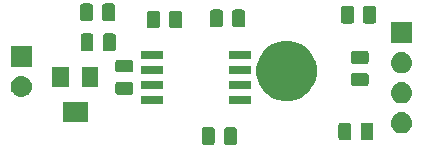
<source format=gbr>
G04 #@! TF.GenerationSoftware,KiCad,Pcbnew,(5.1.4)-1*
G04 #@! TF.CreationDate,2020-06-01T20:19:03-04:00*
G04 #@! TF.ProjectId,UniversalLM393,556e6976-6572-4736-916c-4c4d3339332e,rev?*
G04 #@! TF.SameCoordinates,Original*
G04 #@! TF.FileFunction,Soldermask,Top*
G04 #@! TF.FilePolarity,Negative*
%FSLAX46Y46*%
G04 Gerber Fmt 4.6, Leading zero omitted, Abs format (unit mm)*
G04 Created by KiCad (PCBNEW (5.1.4)-1) date 2020-06-01 20:19:03*
%MOMM*%
%LPD*%
G04 APERTURE LIST*
%ADD10C,0.100000*%
G04 APERTURE END LIST*
D10*
G36*
X148885768Y-102301365D02*
G01*
X148924438Y-102313096D01*
X148960077Y-102332146D01*
X148991317Y-102357783D01*
X149016954Y-102389023D01*
X149036004Y-102424662D01*
X149047735Y-102463332D01*
X149052300Y-102509688D01*
X149052300Y-103585912D01*
X149047735Y-103632268D01*
X149036004Y-103670938D01*
X149016954Y-103706577D01*
X148991317Y-103737817D01*
X148960077Y-103763454D01*
X148924438Y-103782504D01*
X148885768Y-103794235D01*
X148839412Y-103798800D01*
X148188188Y-103798800D01*
X148141832Y-103794235D01*
X148103162Y-103782504D01*
X148067523Y-103763454D01*
X148036283Y-103737817D01*
X148010646Y-103706577D01*
X147991596Y-103670938D01*
X147979865Y-103632268D01*
X147975300Y-103585912D01*
X147975300Y-102509688D01*
X147979865Y-102463332D01*
X147991596Y-102424662D01*
X148010646Y-102389023D01*
X148036283Y-102357783D01*
X148067523Y-102332146D01*
X148103162Y-102313096D01*
X148141832Y-102301365D01*
X148188188Y-102296800D01*
X148839412Y-102296800D01*
X148885768Y-102301365D01*
X148885768Y-102301365D01*
G37*
G36*
X147010768Y-102301365D02*
G01*
X147049438Y-102313096D01*
X147085077Y-102332146D01*
X147116317Y-102357783D01*
X147141954Y-102389023D01*
X147161004Y-102424662D01*
X147172735Y-102463332D01*
X147177300Y-102509688D01*
X147177300Y-103585912D01*
X147172735Y-103632268D01*
X147161004Y-103670938D01*
X147141954Y-103706577D01*
X147116317Y-103737817D01*
X147085077Y-103763454D01*
X147049438Y-103782504D01*
X147010768Y-103794235D01*
X146964412Y-103798800D01*
X146313188Y-103798800D01*
X146266832Y-103794235D01*
X146228162Y-103782504D01*
X146192523Y-103763454D01*
X146161283Y-103737817D01*
X146135646Y-103706577D01*
X146116596Y-103670938D01*
X146104865Y-103632268D01*
X146100300Y-103585912D01*
X146100300Y-102509688D01*
X146104865Y-102463332D01*
X146116596Y-102424662D01*
X146135646Y-102389023D01*
X146161283Y-102357783D01*
X146192523Y-102332146D01*
X146228162Y-102313096D01*
X146266832Y-102301365D01*
X146313188Y-102296800D01*
X146964412Y-102296800D01*
X147010768Y-102301365D01*
X147010768Y-102301365D01*
G37*
G36*
X160442768Y-101920365D02*
G01*
X160481438Y-101932096D01*
X160517077Y-101951146D01*
X160548317Y-101976783D01*
X160573954Y-102008023D01*
X160593004Y-102043662D01*
X160604735Y-102082332D01*
X160609300Y-102128688D01*
X160609300Y-103204912D01*
X160604735Y-103251268D01*
X160593004Y-103289938D01*
X160573954Y-103325577D01*
X160548317Y-103356817D01*
X160517077Y-103382454D01*
X160481438Y-103401504D01*
X160442768Y-103413235D01*
X160396412Y-103417800D01*
X159745188Y-103417800D01*
X159698832Y-103413235D01*
X159660162Y-103401504D01*
X159624523Y-103382454D01*
X159593283Y-103356817D01*
X159567646Y-103325577D01*
X159548596Y-103289938D01*
X159536865Y-103251268D01*
X159532300Y-103204912D01*
X159532300Y-102128688D01*
X159536865Y-102082332D01*
X159548596Y-102043662D01*
X159567646Y-102008023D01*
X159593283Y-101976783D01*
X159624523Y-101951146D01*
X159660162Y-101932096D01*
X159698832Y-101920365D01*
X159745188Y-101915800D01*
X160396412Y-101915800D01*
X160442768Y-101920365D01*
X160442768Y-101920365D01*
G37*
G36*
X158567768Y-101920365D02*
G01*
X158606438Y-101932096D01*
X158642077Y-101951146D01*
X158673317Y-101976783D01*
X158698954Y-102008023D01*
X158718004Y-102043662D01*
X158729735Y-102082332D01*
X158734300Y-102128688D01*
X158734300Y-103204912D01*
X158729735Y-103251268D01*
X158718004Y-103289938D01*
X158698954Y-103325577D01*
X158673317Y-103356817D01*
X158642077Y-103382454D01*
X158606438Y-103401504D01*
X158567768Y-103413235D01*
X158521412Y-103417800D01*
X157870188Y-103417800D01*
X157823832Y-103413235D01*
X157785162Y-103401504D01*
X157749523Y-103382454D01*
X157718283Y-103356817D01*
X157692646Y-103325577D01*
X157673596Y-103289938D01*
X157661865Y-103251268D01*
X157657300Y-103204912D01*
X157657300Y-102128688D01*
X157661865Y-102082332D01*
X157673596Y-102043662D01*
X157692646Y-102008023D01*
X157718283Y-101976783D01*
X157749523Y-101951146D01*
X157785162Y-101932096D01*
X157823832Y-101920365D01*
X157870188Y-101915800D01*
X158521412Y-101915800D01*
X158567768Y-101920365D01*
X158567768Y-101920365D01*
G37*
G36*
X163102243Y-101035719D02*
G01*
X163168427Y-101042237D01*
X163338266Y-101093757D01*
X163494791Y-101177422D01*
X163530529Y-101206752D01*
X163631986Y-101290014D01*
X163715248Y-101391471D01*
X163744578Y-101427209D01*
X163828243Y-101583734D01*
X163879763Y-101753573D01*
X163897159Y-101930200D01*
X163879763Y-102106827D01*
X163856034Y-102185050D01*
X163828242Y-102276668D01*
X163808771Y-102313096D01*
X163744578Y-102433191D01*
X163720104Y-102463012D01*
X163631986Y-102570386D01*
X163530529Y-102653648D01*
X163494791Y-102682978D01*
X163338266Y-102766643D01*
X163168427Y-102818163D01*
X163102243Y-102824681D01*
X163036060Y-102831200D01*
X162947540Y-102831200D01*
X162881358Y-102824682D01*
X162815173Y-102818163D01*
X162645334Y-102766643D01*
X162488809Y-102682978D01*
X162453071Y-102653648D01*
X162351614Y-102570386D01*
X162263496Y-102463012D01*
X162239022Y-102433191D01*
X162174829Y-102313096D01*
X162155358Y-102276668D01*
X162127566Y-102185050D01*
X162103837Y-102106827D01*
X162086441Y-101930200D01*
X162103837Y-101753573D01*
X162155357Y-101583734D01*
X162239022Y-101427209D01*
X162268352Y-101391471D01*
X162351614Y-101290014D01*
X162453071Y-101206752D01*
X162488809Y-101177422D01*
X162645334Y-101093757D01*
X162815173Y-101042237D01*
X162881357Y-101035719D01*
X162947540Y-101029200D01*
X163036060Y-101029200D01*
X163102243Y-101035719D01*
X163102243Y-101035719D01*
G37*
G36*
X136433000Y-101843600D02*
G01*
X134331000Y-101843600D01*
X134331000Y-100141600D01*
X136433000Y-100141600D01*
X136433000Y-101843600D01*
X136433000Y-101843600D01*
G37*
G36*
X150218800Y-100300400D02*
G01*
X148366800Y-100300400D01*
X148366800Y-99648400D01*
X150218800Y-99648400D01*
X150218800Y-100300400D01*
X150218800Y-100300400D01*
G37*
G36*
X142818800Y-100300400D02*
G01*
X140966800Y-100300400D01*
X140966800Y-99648400D01*
X142818800Y-99648400D01*
X142818800Y-100300400D01*
X142818800Y-100300400D01*
G37*
G36*
X163102243Y-98495719D02*
G01*
X163168427Y-98502237D01*
X163338266Y-98553757D01*
X163494791Y-98637422D01*
X163507919Y-98648196D01*
X163631986Y-98750014D01*
X163715248Y-98851471D01*
X163744578Y-98887209D01*
X163828243Y-99043734D01*
X163879763Y-99213573D01*
X163897159Y-99390200D01*
X163879763Y-99566827D01*
X163828243Y-99736666D01*
X163744578Y-99893191D01*
X163715248Y-99928929D01*
X163631986Y-100030386D01*
X163530529Y-100113648D01*
X163494791Y-100142978D01*
X163338266Y-100226643D01*
X163168427Y-100278163D01*
X163102243Y-100284681D01*
X163036060Y-100291200D01*
X162947540Y-100291200D01*
X162881357Y-100284681D01*
X162815173Y-100278163D01*
X162645334Y-100226643D01*
X162488809Y-100142978D01*
X162453071Y-100113648D01*
X162351614Y-100030386D01*
X162268352Y-99928929D01*
X162239022Y-99893191D01*
X162155357Y-99736666D01*
X162103837Y-99566827D01*
X162086441Y-99390200D01*
X162103837Y-99213573D01*
X162155357Y-99043734D01*
X162239022Y-98887209D01*
X162268352Y-98851471D01*
X162351614Y-98750014D01*
X162475681Y-98648196D01*
X162488809Y-98637422D01*
X162645334Y-98553757D01*
X162815173Y-98502237D01*
X162881358Y-98495718D01*
X162947540Y-98489200D01*
X163036060Y-98489200D01*
X163102243Y-98495719D01*
X163102243Y-98495719D01*
G37*
G36*
X154007698Y-95083033D02*
G01*
X154471950Y-95275332D01*
X154471952Y-95275333D01*
X154889768Y-95554509D01*
X155245091Y-95909832D01*
X155380175Y-96112000D01*
X155524268Y-96327650D01*
X155716567Y-96791902D01*
X155814600Y-97284747D01*
X155814600Y-97787253D01*
X155716567Y-98280098D01*
X155566419Y-98642588D01*
X155524267Y-98744352D01*
X155245091Y-99162168D01*
X154889768Y-99517491D01*
X154471952Y-99796667D01*
X154471951Y-99796668D01*
X154471950Y-99796668D01*
X154007698Y-99988967D01*
X153514853Y-100087000D01*
X153012347Y-100087000D01*
X152519502Y-99988967D01*
X152055250Y-99796668D01*
X152055249Y-99796668D01*
X152055248Y-99796667D01*
X151637432Y-99517491D01*
X151282109Y-99162168D01*
X151002933Y-98744352D01*
X150960781Y-98642588D01*
X150810633Y-98280098D01*
X150712600Y-97787253D01*
X150712600Y-97284747D01*
X150810633Y-96791902D01*
X151002932Y-96327650D01*
X151147025Y-96112000D01*
X151282109Y-95909832D01*
X151637432Y-95554509D01*
X152055248Y-95275333D01*
X152055250Y-95275332D01*
X152519502Y-95083033D01*
X153012347Y-94985000D01*
X153514853Y-94985000D01*
X154007698Y-95083033D01*
X154007698Y-95083033D01*
G37*
G36*
X130920443Y-97962319D02*
G01*
X130986627Y-97968837D01*
X131156466Y-98020357D01*
X131312991Y-98104022D01*
X131348729Y-98133352D01*
X131450186Y-98216614D01*
X131533448Y-98318071D01*
X131562778Y-98353809D01*
X131646443Y-98510334D01*
X131697963Y-98680173D01*
X131715359Y-98856800D01*
X131697963Y-99033427D01*
X131646443Y-99203266D01*
X131562778Y-99359791D01*
X131557206Y-99366580D01*
X131450186Y-99496986D01*
X131365083Y-99566827D01*
X131312991Y-99609578D01*
X131156466Y-99693243D01*
X130986627Y-99744763D01*
X130920442Y-99751282D01*
X130854260Y-99757800D01*
X130765740Y-99757800D01*
X130699558Y-99751282D01*
X130633373Y-99744763D01*
X130463534Y-99693243D01*
X130307009Y-99609578D01*
X130254917Y-99566827D01*
X130169814Y-99496986D01*
X130062794Y-99366580D01*
X130057222Y-99359791D01*
X129973557Y-99203266D01*
X129922037Y-99033427D01*
X129904641Y-98856800D01*
X129922037Y-98680173D01*
X129973557Y-98510334D01*
X130057222Y-98353809D01*
X130086552Y-98318071D01*
X130169814Y-98216614D01*
X130271271Y-98133352D01*
X130307009Y-98104022D01*
X130463534Y-98020357D01*
X130633373Y-97968837D01*
X130699557Y-97962319D01*
X130765740Y-97955800D01*
X130854260Y-97955800D01*
X130920443Y-97962319D01*
X130920443Y-97962319D01*
G37*
G36*
X140106668Y-98472965D02*
G01*
X140145338Y-98484696D01*
X140180977Y-98503746D01*
X140212217Y-98529383D01*
X140237854Y-98560623D01*
X140256904Y-98596262D01*
X140268635Y-98634932D01*
X140273200Y-98681288D01*
X140273200Y-99332512D01*
X140268635Y-99378868D01*
X140256904Y-99417538D01*
X140237854Y-99453177D01*
X140212217Y-99484417D01*
X140180977Y-99510054D01*
X140145338Y-99529104D01*
X140106668Y-99540835D01*
X140060312Y-99545400D01*
X138984088Y-99545400D01*
X138937732Y-99540835D01*
X138899062Y-99529104D01*
X138863423Y-99510054D01*
X138832183Y-99484417D01*
X138806546Y-99453177D01*
X138787496Y-99417538D01*
X138775765Y-99378868D01*
X138771200Y-99332512D01*
X138771200Y-98681288D01*
X138775765Y-98634932D01*
X138787496Y-98596262D01*
X138806546Y-98560623D01*
X138832183Y-98529383D01*
X138863423Y-98503746D01*
X138899062Y-98484696D01*
X138937732Y-98472965D01*
X138984088Y-98468400D01*
X140060312Y-98468400D01*
X140106668Y-98472965D01*
X140106668Y-98472965D01*
G37*
G36*
X150218800Y-99030400D02*
G01*
X148366800Y-99030400D01*
X148366800Y-98378400D01*
X150218800Y-98378400D01*
X150218800Y-99030400D01*
X150218800Y-99030400D01*
G37*
G36*
X142818800Y-99030400D02*
G01*
X140966800Y-99030400D01*
X140966800Y-98378400D01*
X142818800Y-98378400D01*
X142818800Y-99030400D01*
X142818800Y-99030400D01*
G37*
G36*
X137333000Y-98943600D02*
G01*
X135931000Y-98943600D01*
X135931000Y-97241600D01*
X137333000Y-97241600D01*
X137333000Y-98943600D01*
X137333000Y-98943600D01*
G37*
G36*
X134833000Y-98943600D02*
G01*
X133431000Y-98943600D01*
X133431000Y-97241600D01*
X134833000Y-97241600D01*
X134833000Y-98943600D01*
X134833000Y-98943600D01*
G37*
G36*
X160045668Y-97736365D02*
G01*
X160084338Y-97748096D01*
X160119977Y-97767146D01*
X160151217Y-97792783D01*
X160176854Y-97824023D01*
X160195904Y-97859662D01*
X160207635Y-97898332D01*
X160212200Y-97944688D01*
X160212200Y-98595912D01*
X160207635Y-98642268D01*
X160195904Y-98680938D01*
X160176854Y-98716577D01*
X160151217Y-98747817D01*
X160119977Y-98773454D01*
X160084338Y-98792504D01*
X160045668Y-98804235D01*
X159999312Y-98808800D01*
X158923088Y-98808800D01*
X158876732Y-98804235D01*
X158838062Y-98792504D01*
X158802423Y-98773454D01*
X158771183Y-98747817D01*
X158745546Y-98716577D01*
X158726496Y-98680938D01*
X158714765Y-98642268D01*
X158710200Y-98595912D01*
X158710200Y-97944688D01*
X158714765Y-97898332D01*
X158726496Y-97859662D01*
X158745546Y-97824023D01*
X158771183Y-97792783D01*
X158802423Y-97767146D01*
X158838062Y-97748096D01*
X158876732Y-97736365D01*
X158923088Y-97731800D01*
X159999312Y-97731800D01*
X160045668Y-97736365D01*
X160045668Y-97736365D01*
G37*
G36*
X150218800Y-97760400D02*
G01*
X148366800Y-97760400D01*
X148366800Y-97108400D01*
X150218800Y-97108400D01*
X150218800Y-97760400D01*
X150218800Y-97760400D01*
G37*
G36*
X142818800Y-97760400D02*
G01*
X140966800Y-97760400D01*
X140966800Y-97108400D01*
X142818800Y-97108400D01*
X142818800Y-97760400D01*
X142818800Y-97760400D01*
G37*
G36*
X163102242Y-95955718D02*
G01*
X163168427Y-95962237D01*
X163338266Y-96013757D01*
X163338268Y-96013758D01*
X163416529Y-96055590D01*
X163494791Y-96097422D01*
X163512554Y-96112000D01*
X163631986Y-96210014D01*
X163715248Y-96311471D01*
X163744578Y-96347209D01*
X163828243Y-96503734D01*
X163879763Y-96673573D01*
X163897159Y-96850200D01*
X163879763Y-97026827D01*
X163828243Y-97196666D01*
X163744578Y-97353191D01*
X163715248Y-97388929D01*
X163631986Y-97490386D01*
X163530529Y-97573648D01*
X163494791Y-97602978D01*
X163453548Y-97625023D01*
X163373983Y-97667552D01*
X163338266Y-97686643D01*
X163168427Y-97738163D01*
X163102242Y-97744682D01*
X163036060Y-97751200D01*
X162947540Y-97751200D01*
X162881358Y-97744682D01*
X162815173Y-97738163D01*
X162645334Y-97686643D01*
X162609618Y-97667552D01*
X162530052Y-97625023D01*
X162488809Y-97602978D01*
X162453071Y-97573648D01*
X162351614Y-97490386D01*
X162268352Y-97388929D01*
X162239022Y-97353191D01*
X162155357Y-97196666D01*
X162103837Y-97026827D01*
X162086441Y-96850200D01*
X162103837Y-96673573D01*
X162155357Y-96503734D01*
X162239022Y-96347209D01*
X162268352Y-96311471D01*
X162351614Y-96210014D01*
X162471046Y-96112000D01*
X162488809Y-96097422D01*
X162567071Y-96055590D01*
X162645332Y-96013758D01*
X162645334Y-96013757D01*
X162815173Y-95962237D01*
X162881358Y-95955718D01*
X162947540Y-95949200D01*
X163036060Y-95949200D01*
X163102242Y-95955718D01*
X163102242Y-95955718D01*
G37*
G36*
X140106668Y-96597965D02*
G01*
X140145338Y-96609696D01*
X140180977Y-96628746D01*
X140212217Y-96654383D01*
X140237854Y-96685623D01*
X140256904Y-96721262D01*
X140268635Y-96759932D01*
X140273200Y-96806288D01*
X140273200Y-97457512D01*
X140268635Y-97503868D01*
X140256904Y-97542538D01*
X140237854Y-97578177D01*
X140212217Y-97609417D01*
X140180977Y-97635054D01*
X140145338Y-97654104D01*
X140106668Y-97665835D01*
X140060312Y-97670400D01*
X138984088Y-97670400D01*
X138937732Y-97665835D01*
X138899062Y-97654104D01*
X138863423Y-97635054D01*
X138832183Y-97609417D01*
X138806546Y-97578177D01*
X138787496Y-97542538D01*
X138775765Y-97503868D01*
X138771200Y-97457512D01*
X138771200Y-96806288D01*
X138775765Y-96759932D01*
X138787496Y-96721262D01*
X138806546Y-96685623D01*
X138832183Y-96654383D01*
X138863423Y-96628746D01*
X138899062Y-96609696D01*
X138937732Y-96597965D01*
X138984088Y-96593400D01*
X140060312Y-96593400D01*
X140106668Y-96597965D01*
X140106668Y-96597965D01*
G37*
G36*
X131711000Y-97217800D02*
G01*
X129909000Y-97217800D01*
X129909000Y-95415800D01*
X131711000Y-95415800D01*
X131711000Y-97217800D01*
X131711000Y-97217800D01*
G37*
G36*
X160045668Y-95861365D02*
G01*
X160084338Y-95873096D01*
X160119977Y-95892146D01*
X160151217Y-95917783D01*
X160176854Y-95949023D01*
X160195904Y-95984662D01*
X160207635Y-96023332D01*
X160212200Y-96069688D01*
X160212200Y-96720912D01*
X160207635Y-96767268D01*
X160195904Y-96805938D01*
X160176854Y-96841577D01*
X160151217Y-96872817D01*
X160119977Y-96898454D01*
X160084338Y-96917504D01*
X160045668Y-96929235D01*
X159999312Y-96933800D01*
X158923088Y-96933800D01*
X158876732Y-96929235D01*
X158838062Y-96917504D01*
X158802423Y-96898454D01*
X158771183Y-96872817D01*
X158745546Y-96841577D01*
X158726496Y-96805938D01*
X158714765Y-96767268D01*
X158710200Y-96720912D01*
X158710200Y-96069688D01*
X158714765Y-96023332D01*
X158726496Y-95984662D01*
X158745546Y-95949023D01*
X158771183Y-95917783D01*
X158802423Y-95892146D01*
X158838062Y-95873096D01*
X158876732Y-95861365D01*
X158923088Y-95856800D01*
X159999312Y-95856800D01*
X160045668Y-95861365D01*
X160045668Y-95861365D01*
G37*
G36*
X150218800Y-96490400D02*
G01*
X148366800Y-96490400D01*
X148366800Y-95838400D01*
X150218800Y-95838400D01*
X150218800Y-96490400D01*
X150218800Y-96490400D01*
G37*
G36*
X142818800Y-96490400D02*
G01*
X140966800Y-96490400D01*
X140966800Y-95838400D01*
X142818800Y-95838400D01*
X142818800Y-96490400D01*
X142818800Y-96490400D01*
G37*
G36*
X136744568Y-94376565D02*
G01*
X136783238Y-94388296D01*
X136818877Y-94407346D01*
X136850117Y-94432983D01*
X136875754Y-94464223D01*
X136894804Y-94499862D01*
X136906535Y-94538532D01*
X136911100Y-94584888D01*
X136911100Y-95661112D01*
X136906535Y-95707468D01*
X136894804Y-95746138D01*
X136875754Y-95781777D01*
X136850117Y-95813017D01*
X136818877Y-95838654D01*
X136783238Y-95857704D01*
X136744568Y-95869435D01*
X136698212Y-95874000D01*
X136046988Y-95874000D01*
X136000632Y-95869435D01*
X135961962Y-95857704D01*
X135926323Y-95838654D01*
X135895083Y-95813017D01*
X135869446Y-95781777D01*
X135850396Y-95746138D01*
X135838665Y-95707468D01*
X135834100Y-95661112D01*
X135834100Y-94584888D01*
X135838665Y-94538532D01*
X135850396Y-94499862D01*
X135869446Y-94464223D01*
X135895083Y-94432983D01*
X135926323Y-94407346D01*
X135961962Y-94388296D01*
X136000632Y-94376565D01*
X136046988Y-94372000D01*
X136698212Y-94372000D01*
X136744568Y-94376565D01*
X136744568Y-94376565D01*
G37*
G36*
X138619568Y-94376565D02*
G01*
X138658238Y-94388296D01*
X138693877Y-94407346D01*
X138725117Y-94432983D01*
X138750754Y-94464223D01*
X138769804Y-94499862D01*
X138781535Y-94538532D01*
X138786100Y-94584888D01*
X138786100Y-95661112D01*
X138781535Y-95707468D01*
X138769804Y-95746138D01*
X138750754Y-95781777D01*
X138725117Y-95813017D01*
X138693877Y-95838654D01*
X138658238Y-95857704D01*
X138619568Y-95869435D01*
X138573212Y-95874000D01*
X137921988Y-95874000D01*
X137875632Y-95869435D01*
X137836962Y-95857704D01*
X137801323Y-95838654D01*
X137770083Y-95813017D01*
X137744446Y-95781777D01*
X137725396Y-95746138D01*
X137713665Y-95707468D01*
X137709100Y-95661112D01*
X137709100Y-94584888D01*
X137713665Y-94538532D01*
X137725396Y-94499862D01*
X137744446Y-94464223D01*
X137770083Y-94432983D01*
X137801323Y-94407346D01*
X137836962Y-94388296D01*
X137875632Y-94376565D01*
X137921988Y-94372000D01*
X138573212Y-94372000D01*
X138619568Y-94376565D01*
X138619568Y-94376565D01*
G37*
G36*
X163892800Y-95211200D02*
G01*
X162090800Y-95211200D01*
X162090800Y-93409200D01*
X163892800Y-93409200D01*
X163892800Y-95211200D01*
X163892800Y-95211200D01*
G37*
G36*
X144237568Y-92446165D02*
G01*
X144276238Y-92457896D01*
X144311877Y-92476946D01*
X144343117Y-92502583D01*
X144368754Y-92533823D01*
X144387804Y-92569462D01*
X144399535Y-92608132D01*
X144404100Y-92654488D01*
X144404100Y-93730712D01*
X144399535Y-93777068D01*
X144387804Y-93815738D01*
X144368754Y-93851377D01*
X144343117Y-93882617D01*
X144311877Y-93908254D01*
X144276238Y-93927304D01*
X144237568Y-93939035D01*
X144191212Y-93943600D01*
X143539988Y-93943600D01*
X143493632Y-93939035D01*
X143454962Y-93927304D01*
X143419323Y-93908254D01*
X143388083Y-93882617D01*
X143362446Y-93851377D01*
X143343396Y-93815738D01*
X143331665Y-93777068D01*
X143327100Y-93730712D01*
X143327100Y-92654488D01*
X143331665Y-92608132D01*
X143343396Y-92569462D01*
X143362446Y-92533823D01*
X143388083Y-92502583D01*
X143419323Y-92476946D01*
X143454962Y-92457896D01*
X143493632Y-92446165D01*
X143539988Y-92441600D01*
X144191212Y-92441600D01*
X144237568Y-92446165D01*
X144237568Y-92446165D01*
G37*
G36*
X142362568Y-92446165D02*
G01*
X142401238Y-92457896D01*
X142436877Y-92476946D01*
X142468117Y-92502583D01*
X142493754Y-92533823D01*
X142512804Y-92569462D01*
X142524535Y-92608132D01*
X142529100Y-92654488D01*
X142529100Y-93730712D01*
X142524535Y-93777068D01*
X142512804Y-93815738D01*
X142493754Y-93851377D01*
X142468117Y-93882617D01*
X142436877Y-93908254D01*
X142401238Y-93927304D01*
X142362568Y-93939035D01*
X142316212Y-93943600D01*
X141664988Y-93943600D01*
X141618632Y-93939035D01*
X141579962Y-93927304D01*
X141544323Y-93908254D01*
X141513083Y-93882617D01*
X141487446Y-93851377D01*
X141468396Y-93815738D01*
X141456665Y-93777068D01*
X141452100Y-93730712D01*
X141452100Y-92654488D01*
X141456665Y-92608132D01*
X141468396Y-92569462D01*
X141487446Y-92533823D01*
X141513083Y-92502583D01*
X141544323Y-92476946D01*
X141579962Y-92457896D01*
X141618632Y-92446165D01*
X141664988Y-92441600D01*
X142316212Y-92441600D01*
X142362568Y-92446165D01*
X142362568Y-92446165D01*
G37*
G36*
X149571568Y-92344565D02*
G01*
X149610238Y-92356296D01*
X149645877Y-92375346D01*
X149677117Y-92400983D01*
X149702754Y-92432223D01*
X149721804Y-92467862D01*
X149733535Y-92506532D01*
X149738100Y-92552888D01*
X149738100Y-93629112D01*
X149733535Y-93675468D01*
X149721804Y-93714138D01*
X149702754Y-93749777D01*
X149677117Y-93781017D01*
X149645877Y-93806654D01*
X149610238Y-93825704D01*
X149571568Y-93837435D01*
X149525212Y-93842000D01*
X148873988Y-93842000D01*
X148827632Y-93837435D01*
X148788962Y-93825704D01*
X148753323Y-93806654D01*
X148722083Y-93781017D01*
X148696446Y-93749777D01*
X148677396Y-93714138D01*
X148665665Y-93675468D01*
X148661100Y-93629112D01*
X148661100Y-92552888D01*
X148665665Y-92506532D01*
X148677396Y-92467862D01*
X148696446Y-92432223D01*
X148722083Y-92400983D01*
X148753323Y-92375346D01*
X148788962Y-92356296D01*
X148827632Y-92344565D01*
X148873988Y-92340000D01*
X149525212Y-92340000D01*
X149571568Y-92344565D01*
X149571568Y-92344565D01*
G37*
G36*
X147696568Y-92344565D02*
G01*
X147735238Y-92356296D01*
X147770877Y-92375346D01*
X147802117Y-92400983D01*
X147827754Y-92432223D01*
X147846804Y-92467862D01*
X147858535Y-92506532D01*
X147863100Y-92552888D01*
X147863100Y-93629112D01*
X147858535Y-93675468D01*
X147846804Y-93714138D01*
X147827754Y-93749777D01*
X147802117Y-93781017D01*
X147770877Y-93806654D01*
X147735238Y-93825704D01*
X147696568Y-93837435D01*
X147650212Y-93842000D01*
X146998988Y-93842000D01*
X146952632Y-93837435D01*
X146913962Y-93825704D01*
X146878323Y-93806654D01*
X146847083Y-93781017D01*
X146821446Y-93749777D01*
X146802396Y-93714138D01*
X146790665Y-93675468D01*
X146786100Y-93629112D01*
X146786100Y-92552888D01*
X146790665Y-92506532D01*
X146802396Y-92467862D01*
X146821446Y-92432223D01*
X146847083Y-92400983D01*
X146878323Y-92375346D01*
X146913962Y-92356296D01*
X146952632Y-92344565D01*
X146998988Y-92340000D01*
X147650212Y-92340000D01*
X147696568Y-92344565D01*
X147696568Y-92344565D01*
G37*
G36*
X160669068Y-92039765D02*
G01*
X160707738Y-92051496D01*
X160743377Y-92070546D01*
X160774617Y-92096183D01*
X160800254Y-92127423D01*
X160819304Y-92163062D01*
X160831035Y-92201732D01*
X160835600Y-92248088D01*
X160835600Y-93324312D01*
X160831035Y-93370668D01*
X160819304Y-93409338D01*
X160800254Y-93444977D01*
X160774617Y-93476217D01*
X160743377Y-93501854D01*
X160707738Y-93520904D01*
X160669068Y-93532635D01*
X160622712Y-93537200D01*
X159971488Y-93537200D01*
X159925132Y-93532635D01*
X159886462Y-93520904D01*
X159850823Y-93501854D01*
X159819583Y-93476217D01*
X159793946Y-93444977D01*
X159774896Y-93409338D01*
X159763165Y-93370668D01*
X159758600Y-93324312D01*
X159758600Y-92248088D01*
X159763165Y-92201732D01*
X159774896Y-92163062D01*
X159793946Y-92127423D01*
X159819583Y-92096183D01*
X159850823Y-92070546D01*
X159886462Y-92051496D01*
X159925132Y-92039765D01*
X159971488Y-92035200D01*
X160622712Y-92035200D01*
X160669068Y-92039765D01*
X160669068Y-92039765D01*
G37*
G36*
X158794068Y-92039765D02*
G01*
X158832738Y-92051496D01*
X158868377Y-92070546D01*
X158899617Y-92096183D01*
X158925254Y-92127423D01*
X158944304Y-92163062D01*
X158956035Y-92201732D01*
X158960600Y-92248088D01*
X158960600Y-93324312D01*
X158956035Y-93370668D01*
X158944304Y-93409338D01*
X158925254Y-93444977D01*
X158899617Y-93476217D01*
X158868377Y-93501854D01*
X158832738Y-93520904D01*
X158794068Y-93532635D01*
X158747712Y-93537200D01*
X158096488Y-93537200D01*
X158050132Y-93532635D01*
X158011462Y-93520904D01*
X157975823Y-93501854D01*
X157944583Y-93476217D01*
X157918946Y-93444977D01*
X157899896Y-93409338D01*
X157888165Y-93370668D01*
X157883600Y-93324312D01*
X157883600Y-92248088D01*
X157888165Y-92201732D01*
X157899896Y-92163062D01*
X157918946Y-92127423D01*
X157944583Y-92096183D01*
X157975823Y-92070546D01*
X158011462Y-92051496D01*
X158050132Y-92039765D01*
X158096488Y-92035200D01*
X158747712Y-92035200D01*
X158794068Y-92039765D01*
X158794068Y-92039765D01*
G37*
G36*
X138573368Y-91836565D02*
G01*
X138612038Y-91848296D01*
X138647677Y-91867346D01*
X138678917Y-91892983D01*
X138704554Y-91924223D01*
X138723604Y-91959862D01*
X138735335Y-91998532D01*
X138739900Y-92044888D01*
X138739900Y-93121112D01*
X138735335Y-93167468D01*
X138723604Y-93206138D01*
X138704554Y-93241777D01*
X138678917Y-93273017D01*
X138647677Y-93298654D01*
X138612038Y-93317704D01*
X138573368Y-93329435D01*
X138527012Y-93334000D01*
X137875788Y-93334000D01*
X137829432Y-93329435D01*
X137790762Y-93317704D01*
X137755123Y-93298654D01*
X137723883Y-93273017D01*
X137698246Y-93241777D01*
X137679196Y-93206138D01*
X137667465Y-93167468D01*
X137662900Y-93121112D01*
X137662900Y-92044888D01*
X137667465Y-91998532D01*
X137679196Y-91959862D01*
X137698246Y-91924223D01*
X137723883Y-91892983D01*
X137755123Y-91867346D01*
X137790762Y-91848296D01*
X137829432Y-91836565D01*
X137875788Y-91832000D01*
X138527012Y-91832000D01*
X138573368Y-91836565D01*
X138573368Y-91836565D01*
G37*
G36*
X136698368Y-91836565D02*
G01*
X136737038Y-91848296D01*
X136772677Y-91867346D01*
X136803917Y-91892983D01*
X136829554Y-91924223D01*
X136848604Y-91959862D01*
X136860335Y-91998532D01*
X136864900Y-92044888D01*
X136864900Y-93121112D01*
X136860335Y-93167468D01*
X136848604Y-93206138D01*
X136829554Y-93241777D01*
X136803917Y-93273017D01*
X136772677Y-93298654D01*
X136737038Y-93317704D01*
X136698368Y-93329435D01*
X136652012Y-93334000D01*
X136000788Y-93334000D01*
X135954432Y-93329435D01*
X135915762Y-93317704D01*
X135880123Y-93298654D01*
X135848883Y-93273017D01*
X135823246Y-93241777D01*
X135804196Y-93206138D01*
X135792465Y-93167468D01*
X135787900Y-93121112D01*
X135787900Y-92044888D01*
X135792465Y-91998532D01*
X135804196Y-91959862D01*
X135823246Y-91924223D01*
X135848883Y-91892983D01*
X135880123Y-91867346D01*
X135915762Y-91848296D01*
X135954432Y-91836565D01*
X136000788Y-91832000D01*
X136652012Y-91832000D01*
X136698368Y-91836565D01*
X136698368Y-91836565D01*
G37*
M02*

</source>
